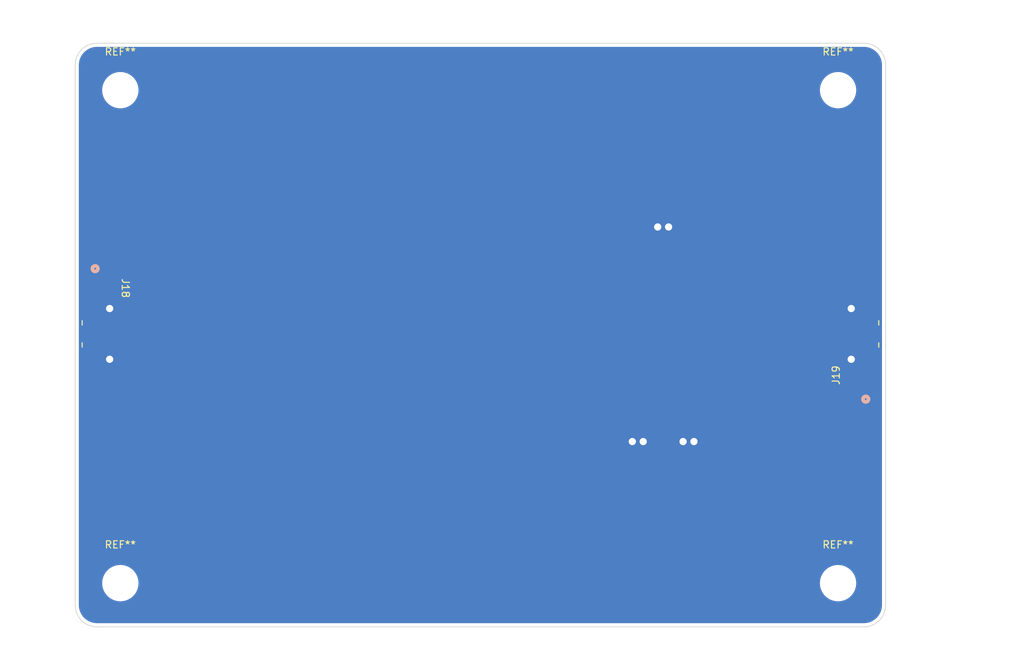
<source format=kicad_pcb>
(kicad_pcb (version 20240108) (generator "pcbnew") (generator_version "8.0")
  (title_block (title "RCA Telescope PCBs") (date "2025-04-29"))
  (layers (0 "F.Cu" signal) (31 "B.Cu" signal) (34 "B.Paste" user) (35 "F.Paste" user) (36 "B.SilkS" user "B.Silkscreen") (37 "F.SilkS" user "F.Silkscreen") (38 "B.Mask" user) (39 "F.Mask" user) (44 "Edge.Cuts" user))
  (net 0 "")
  (net 1 "/Matched Distributive Filter/GND")
  (footprint "Library:CONN_142-0711-821_CIN" (layer "F.Cu") (at 345.152171 60.09717 90)
    (property "Reference" "J19" (at -5.693018 0.898299 90) (layer "F.SilkS"))
    (property "Value" "ANT")
    (fp_circle (center -9 5) (end -8.619 5) (stroke (width 0.508)) (fill none) (layer "B.SilkS"))
    (fp_line (start 1.22174 6.7945) (end 1.82626 6.7945) (stroke (width 0.1524)) (layer "F.SilkS"))
    (fp_line (start -1.82626 6.7945) (end -1.22174 6.7945) (stroke (width 0.1524)) (layer "F.SilkS"))
    (pad "1" smd rect (at 0 4.953 90) (size 1.778 4.191) (layers "F.Cu" "F.Paste" "F.Mask") (net 1 "/Matched Distributive Filter/GND"))
    (pad "2" thru_hole circle (at -3.5 3 90) (size 1.4 1.4) (drill 1) (layers "*.Cu" "*.Mask") (net 1 "/Matched Distributive Filter/GND"))
    (pad "2" smd rect (at -3.4925 4.953 90) (size 2.667 4.191) (layers "F.Cu" "F.Paste" "F.Mask") (net 1 "/Matched Distributive Filter/GND"))
    (pad "2" smd rect (at -3.4925 4.953 90) (size 2.667 4.191) (layers "B.Cu" "B.Paste" "B.Mask") (net 1 "/Matched Distributive Filter/GND"))
    (pad "2" smd rect (at 3.4925 4.953 90) (size 2.667 4.191) (layers "F.Cu" "F.Paste" "F.Mask") (net 1 "/Matched Distributive Filter/GND"))
    (pad "2" smd rect (at 3.4925 4.953 90) (size 2.667 4.191) (layers "B.Cu" "B.Paste" "B.Mask") (net 1 "/Matched Distributive Filter/GND"))
    (pad "2" thru_hole circle (at 3.5 3 90) (size 1.4 1.4) (drill 1) (layers "*.Cu" "*.Mask") (net 1 "/Matched Distributive Filter/GND"))
  )
  (footprint "Library:Kikit_Board_Label" (layer "F.Cu") (at 249.052836 19.985965)
    (property "Reference" "MDF")
    (property "Value" "Kikit_Board_Label")
  )
  (footprint "Library:CONN_142-0711-821_CIN" (layer "F.Cu") (at 248.85843 60.096078 -90)
    (property "Reference" "J18" (at -6.30589 0.80796 -90) (layer "F.SilkS"))
    (property "Value" "ANT")
    (fp_circle (center -9 5) (end -8.619 5) (stroke (width 0.508)) (fill none) (layer "B.SilkS"))
    (fp_line (start -1.82626 6.7945) (end -1.22174 6.7945) (stroke (width 0.1524)) (layer "F.SilkS"))
    (fp_line (start 1.22174 6.7945) (end 1.82626 6.7945) (stroke (width 0.1524)) (layer "F.SilkS"))
    (pad "1" smd rect (at 0 4.953 270) (size 1.778 4.191) (layers "F.Cu" "F.Paste" "F.Mask") (net 1 "/Matched Distributive Filter/GND"))
    (pad "2" thru_hole circle (at -3.5 3 270) (size 1.4 1.4) (drill 1) (layers "*.Cu" "*.Mask") (net 1 "/Matched Distributive Filter/GND"))
    (pad "2" smd rect (at -3.4925 4.953 270) (size 2.667 4.191) (layers "F.Cu" "F.Paste" "F.Mask") (net 1 "/Matched Distributive Filter/GND"))
    (pad "2" smd rect (at -3.4925 4.953 270) (size 2.667 4.191) (layers "B.Cu" "B.Paste" "B.Mask") (net 1 "/Matched Distributive Filter/GND"))
    (pad "2" smd rect (at 3.4925 4.953 270) (size 2.667 4.191) (layers "F.Cu" "F.Paste" "F.Mask") (net 1 "/Matched Distributive Filter/GND"))
    (pad "2" smd rect (at 3.4925 4.953 270) (size 2.667 4.191) (layers "B.Cu" "B.Paste" "B.Mask") (net 1 "/Matched Distributive Filter/GND"))
    (pad "2" thru_hole circle (at 3.5 3 270) (size 1.4 1.4) (drill 1) (layers "*.Cu" "*.Mask") (net 1 "/Matched Distributive Filter/GND"))
  )
  (footprint "MountingHole:MountingHole_4.3mm_M4" (layer "F.Cu") (at 346.333601 94.47516)
    (property "Reference" "REF**" (at 0 -5.3 0) (layer "F.SilkS"))
    (property "Value" "MountingHole_4.3mm_M4")
    (pad "" np_thru_hole circle (at 0 0) (size 4.3 4.3) (drill 4.3) (layers "*.Cu" "*.Mask"))
  )
  (footprint "MountingHole:MountingHole_4.3mm_M4" (layer "F.Cu") (at 247.333601 26.47516)
    (property "Reference" "REF**" (at 0 -5.3 0) (layer "F.SilkS"))
    (property "Value" "MountingHole_4.3mm_M4")
    (pad "" np_thru_hole circle (at 0 0) (size 4.3 4.3) (drill 4.3) (layers "*.Cu" "*.Mask"))
  )
  (footprint "MountingHole:MountingHole_4.3mm_M4" (layer "F.Cu") (at 247.333601 94.47516)
    (property "Reference" "REF**" (at 0 -5.3 0) (layer "F.SilkS"))
    (property "Value" "MountingHole_4.3mm_M4")
    (pad "" np_thru_hole circle (at 0 0) (size 4.3 4.3) (drill 4.3) (layers "*.Cu" "*.Mask"))
  )
  (footprint "MountingHole:MountingHole_4.3mm_M4" (layer "F.Cu") (at 346.333601 26.47516)
    (property "Reference" "REF**" (at 0 -5.3 0) (layer "F.SilkS"))
    (property "Value" "MountingHole_4.3mm_M4")
    (pad "" np_thru_hole circle (at 0 0) (size 4.3 4.3) (drill 4.3) (layers "*.Cu" "*.Mask"))
  )
  (gr_poly (pts (xy 317.05047 58.475188) (xy 307.049161 58.47516) (xy 307.049161 61.79016) (xy 317.05047 61.790188)) (fill solid) (layer "F.Cu") (net 1))
  (gr_poly (pts (xy 337.333611 58.47516) (xy 327.333601 58.47516) (xy 327.333601 61.79016) (xy 337.333611 61.79016)) (fill solid) (layer "F.Cu") (net 1))
  (gr_poly (pts (xy 246.71047 61.790188) (xy 246.71047 58.475488) (xy 241.70921 59.133348) (xy 241.70921 61.132328)) (fill solid) (layer "F.Cu") (net 1))
  (gr_poly (pts (xy 288.385831 61.49776) (xy 285.694831 61.49776) (xy 285.694831 79.59556) (xy 288.385831 79.59556)) (fill solid) (layer "F.Cu") (net 1))
  (gr_poly (pts (xy 317.050431 45.3524) (xy 320.365131 45.3524) (xy 320.365131 59.63228) (xy 317.050431 59.63228)) (fill solid) (layer "F.Cu") (net 1))
  (gr_poly (pts (xy 320.535311 60.63304) (xy 323.850011 60.63304) (xy 323.850011 75.02214) (xy 320.535311 75.02214)) (fill solid) (layer "F.Cu") (net 1))
  (gr_poly (pts (xy 347.333562 58.476564) (xy 347.333562 61.791264) (xy 352.333571 61.13342) (xy 352.333571 59.13444)) (fill solid) (layer "F.Cu") (net 1))
  (gr_poly (pts (xy 304.706171 58.79754) (xy 288.404294 58.797226) (xy 288.404294 61.468216) (xy 304.706171 61.46853)) (fill solid) (layer "F.Cu") (net 1))
  (gr_poly (pts (xy 324.017651 60.63304) (xy 327.334891 60.63304) (xy 327.334891 75.02214) (xy 324.017651 75.02214)) (fill solid) (layer "F.Cu") (net 1))
  (gr_poly (pts (xy 306.88039 61.717541) (xy 304.87699 61.717541) (xy 304.875271 72.20648) (xy 306.878671 72.20648)) (fill solid) (layer "F.Cu") (net 1))
  (gr_poly (pts (xy 324.017651 60.63304) (xy 327.334891 60.63304) (xy 327.334891 59.63228) (xy 324.017651 59.63228)) (fill solid) (layer "F.Cu") (net 1))
  (gr_poly (pts (xy 267.835391 58.54516) (xy 267.835391 62.58122) (xy 272.702031 62.58122) (xy 272.702031 57.68664) (xy 270.268711 57.68664) (xy 270.268711 58.54516)) (fill solid) (layer "F.Cu") (net 1))
  (gr_poly (pts (xy 285.676351 58.76868) (xy 285.676351 61.49918) (xy 288.404311 61.49918) (xy 288.404311 58.86012) (xy 287.040331 58.86012) (xy 287.040331 58.76868)) (fill solid) (layer "F.Cu") (net 1))
  (gr_poly (pts (xy 304.706031 58.5477) (xy 304.706031 61.71762) (xy 307.050451 61.71762) (xy 307.050451 58.87536) (xy 305.876971 58.87536) (xy 305.876971 58.5477)) (fill solid) (layer "F.Cu") (net 1))
  (gr_poly (pts (xy 327.333771 41.83119) (xy 324.018771 41.83119) (xy 324.018771 45.35318) (xy 327.333771 45.35318)) (fill solid) (layer "F.Cu") (net 1))
  (gr_poly (pts (xy 256.709763 58.474858) (xy 246.708921 58.47487) (xy 246.708921 61.79046) (xy 256.709763 61.790448)) (fill solid) (layer "F.Cu") (net 1))
  (gr_poly (pts (xy 285.676641 58.93776) (xy 272.701741 58.93776) (xy 272.701741 61.32757) (xy 285.676641 61.32757)) (fill solid) (layer "F.Cu") (net 1))
  (gr_poly (pts (xy 324.017651 45.3524) (xy 327.334891 45.3524) (xy 327.334891 59.63228) (xy 324.017651 59.63228)) (fill solid) (layer "F.Cu") (net 1))
  (gr_poly (pts (xy 320.365131 59.63228) (xy 317.050431 59.63228) (xy 317.050431 60.63304) (xy 320.365131 60.63304)) (fill solid) (layer "F.Cu") (net 1))
  (gr_poly (pts (xy 272.753111 62.58172) (xy 267.784311 62.58172) (xy 267.784311 71.29801) (xy 272.753111 71.29801)) (fill solid) (layer "F.Cu") (net 1))
  (gr_poly (pts (xy 320.535311 45.3524) (xy 323.850011 45.3524) (xy 323.850011 59.63228) (xy 320.535311 59.63228)) (fill solid) (layer "F.Cu") (net 1))
  (gr_poly (pts (xy 320.366551 41.83119) (xy 317.051551 41.83119) (xy 317.051551 45.35318) (xy 320.366551 45.35318)) (fill solid) (layer "F.Cu") (net 1))
  (gr_poly (pts (xy 267.835831 57.65007) (xy 256.709741 57.65007) (xy 256.709741 62.61526) (xy 267.835831 62.61526)) (fill solid) (layer "F.Cu") (net 1))
  (gr_poly (pts (xy 317.050431 60.63304) (xy 320.365131 60.63304) (xy 320.365131 75.02214) (xy 317.050431 75.02214)) (fill solid) (layer "F.Cu") (net 1))
  (gr_poly (pts (xy 323.850011 62.29166) (xy 323.850011 57.9762) (xy 320.535311 57.9762) (xy 320.535311 62.29166)) (fill solid) (layer "F.Cu") (net 1))
  (gr_poly (pts (xy 347.333591 58.47487) (xy 337.333581 58.47487) (xy 337.333581 61.79046) (xy 347.333591 61.79046)) (fill solid) (layer "F.Cu") (net 1))
  (gr_arc (start 241.104991 23.00006) (mid 241.983661 20.878712) (end 244.10499 20) (stroke (width 0.1)) (layer "Edge.Cuts"))
  (gr_arc (start 352.89499 97.50006) (mid 352.016307 99.621388) (end 349.894991 100.500099) (stroke (width 0.1)) (layer "Edge.Cuts"))
  (gr_arc (start 244.104991 100.50006) (mid 241.983689 99.621367) (end 241.105011 97.500059) (stroke (width 0.1)) (layer "Edge.Cuts"))
  (gr_line (start 349.894991 100.500099) (end 244.104991 100.50006) (stroke (width 0.1)) (layer "Edge.Cuts"))
  (gr_line (start 244.10499 20) (end 349.894991 20.00006) (stroke (width 0.1)) (layer "Edge.Cuts"))
  (gr_line (start 241.105011 97.500059) (end 241.104991 23.00006) (stroke (width 0.1)) (layer "Edge.Cuts"))
  (gr_arc (start 349.894991 20.00006) (mid 352.01633 20.878726) (end 352.89501 23.00006) (stroke (width 0.1)) (layer "Edge.Cuts"))
  (gr_line (start 352.89501 23.00006) (end 352.89499 97.50006) (stroke (width 0.1)) (layer "Edge.Cuts"))
  (via (at 317.955171 74.94717) (size 1.4) (drill 1) (layers "F.Cu" "B.Cu") (net 1))
  (via (at 326.455171 74.94717) (size 1.4) (drill 1) (layers "F.Cu" "B.Cu") (net 1))
  (via (at 319.455171 74.94717) (size 1.4) (drill 1) (layers "F.Cu" "B.Cu") (net 1))
  (via (at 324.955171 74.94717) (size 1.4) (drill 1) (layers "F.Cu" "B.Cu") (net 1))
  (via (at 322.955171 45.34717) (size 1.4) (drill 1) (layers "F.Cu" "B.Cu") (net 1))
  (via (at 321.455171 45.34717) (size 1.4) (drill 1) (layers "F.Cu" "B.Cu") (net 1))
  (zone (net 1) (net_name "/Matched Distributive Filter/GND") (layer "B.Cu") (name "MatchedDF_GND_FILL") (connect_pads yes (clearance 0.2)) (min_thickness 0.2) (fill yes (thermal_gap 0.5) (thermal_bridge_width 0.5) (island_removal_mode 1) (island_area_min 10))
    (polygon (pts (xy 231.990841 15.39717) (xy 371.990841 15.39717) (xy 371.990841 105.39717) (xy 231.990841 105.39717)))
  )
)
</source>
